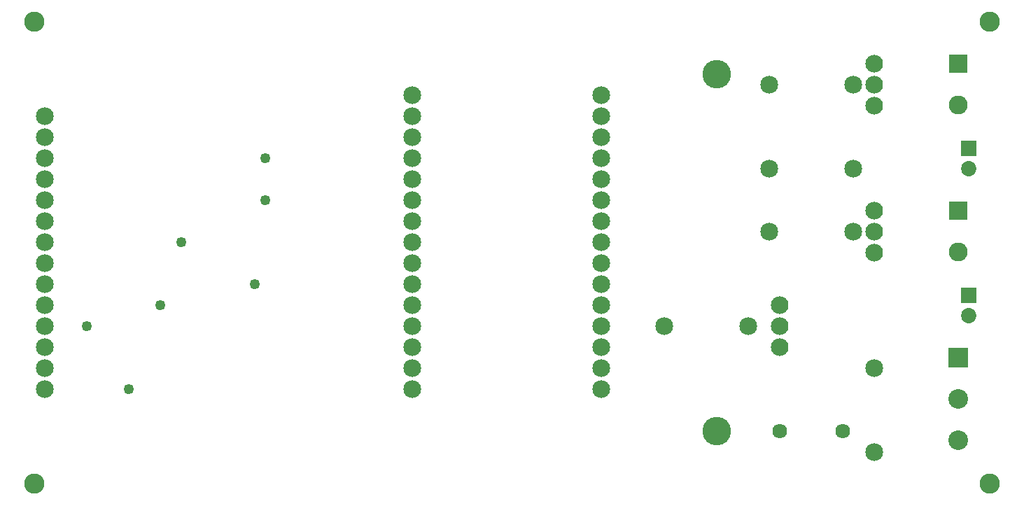
<source format=gts>
G04 MADE WITH FRITZING*
G04 WWW.FRITZING.ORG*
G04 DOUBLE SIDED*
G04 HOLES PLATED*
G04 CONTOUR ON CENTER OF CONTOUR VECTOR*
%ASAXBY*%
%FSLAX23Y23*%
%MOIN*%
%OFA0B0*%
%SFA1.0B1.0*%
%ADD10C,0.049370*%
%ADD11C,0.096614*%
%ADD12C,0.135984*%
%ADD13C,0.070444*%
%ADD14C,0.085000*%
%ADD15C,0.084000*%
%ADD16C,0.057829*%
%ADD17C,0.090000*%
%ADD18C,0.072992*%
%ADD19C,0.084803*%
%ADD20C,0.093307*%
%ADD21R,0.090000X0.090000*%
%ADD22R,0.072992X0.072992*%
%ADD23R,0.093307X0.093307*%
%LNMASK1*%
G90*
G70*
G54D10*
X719Y947D03*
X1219Y1647D03*
X819Y1247D03*
X1219Y1447D03*
X1169Y1047D03*
X569Y547D03*
X369Y847D03*
G54D11*
X119Y97D03*
X119Y2297D03*
X4669Y2297D03*
G54D12*
X3369Y2047D03*
X3369Y347D03*
G54D11*
X4669Y97D03*
G54D13*
X3969Y347D03*
X3669Y347D03*
G54D14*
X3619Y1597D03*
X4019Y1597D03*
G54D15*
X4119Y1897D03*
X4119Y1997D03*
X4119Y2097D03*
X4119Y1897D03*
X4119Y1997D03*
X4119Y2097D03*
G54D16*
X1922Y1747D03*
X2819Y1947D03*
X2819Y1847D03*
X2819Y1747D03*
X2819Y1647D03*
X2819Y1547D03*
X1922Y1847D03*
X1922Y1947D03*
X1922Y1647D03*
X2819Y1447D03*
X2819Y1348D03*
X2819Y1248D03*
X2819Y1148D03*
X2819Y1048D03*
X2819Y948D03*
X2819Y848D03*
X2819Y748D03*
X2819Y649D03*
X2819Y549D03*
X1922Y1248D03*
X1922Y1148D03*
X1922Y1048D03*
X1922Y948D03*
X1922Y848D03*
X1922Y748D03*
X1922Y649D03*
X1922Y549D03*
X1922Y1547D03*
X1922Y1447D03*
X1922Y1348D03*
X1922Y1747D03*
X2819Y1947D03*
X2819Y1847D03*
X2819Y1747D03*
X2819Y1647D03*
X2819Y1547D03*
X1922Y1847D03*
X1922Y1947D03*
X1922Y1647D03*
X2819Y1447D03*
X2819Y1348D03*
X2819Y1248D03*
X2819Y1148D03*
X2819Y1048D03*
X2819Y948D03*
X2819Y848D03*
X2819Y748D03*
X2819Y649D03*
X2819Y549D03*
X1922Y1248D03*
X1922Y1148D03*
X1922Y1048D03*
X1922Y948D03*
X1922Y848D03*
X1922Y748D03*
X1922Y649D03*
X1922Y549D03*
X1922Y1547D03*
X1922Y1447D03*
X1922Y1348D03*
G54D15*
X4119Y1197D03*
X4119Y1297D03*
X4119Y1397D03*
X4119Y1197D03*
X4119Y1297D03*
X4119Y1397D03*
X3669Y947D03*
X3669Y847D03*
X3669Y747D03*
X3669Y947D03*
X3669Y847D03*
X3669Y747D03*
G54D17*
X4519Y2097D03*
X4519Y1900D03*
X4519Y1397D03*
X4519Y1200D03*
G54D14*
X3519Y847D03*
X3119Y847D03*
X4019Y1297D03*
X3619Y1297D03*
X4019Y1997D03*
X3619Y1997D03*
X4119Y647D03*
X4119Y247D03*
G54D18*
X4569Y1695D03*
X4569Y1597D03*
X4569Y995D03*
X4569Y897D03*
G54D19*
X2819Y747D03*
G54D20*
X4519Y697D03*
X4519Y500D03*
X4519Y303D03*
G54D19*
X2819Y847D03*
X2819Y647D03*
X2819Y547D03*
X2819Y947D03*
X2819Y1247D03*
X2819Y1147D03*
X2819Y1047D03*
X2819Y1347D03*
X2819Y1447D03*
X2819Y1547D03*
X2819Y1747D03*
X2819Y1647D03*
X2819Y1847D03*
X2819Y1947D03*
X169Y1847D03*
X169Y1547D03*
X169Y1647D03*
X169Y1747D03*
X169Y1447D03*
X169Y1247D03*
X169Y1347D03*
X169Y1147D03*
X169Y1047D03*
X169Y947D03*
X169Y847D03*
X169Y747D03*
X169Y647D03*
X169Y547D03*
X1919Y1947D03*
X1919Y1847D03*
X1919Y1747D03*
X1919Y1647D03*
X1919Y1547D03*
X1919Y1447D03*
X1919Y1347D03*
X1919Y1247D03*
X1919Y1047D03*
X1919Y1147D03*
X1919Y947D03*
X1919Y847D03*
X1919Y747D03*
X1919Y647D03*
X1919Y547D03*
G54D21*
X4519Y2097D03*
X4519Y1397D03*
G54D22*
X4569Y1695D03*
X4569Y995D03*
G54D23*
X4519Y697D03*
G04 End of Mask1*
M02*
</source>
